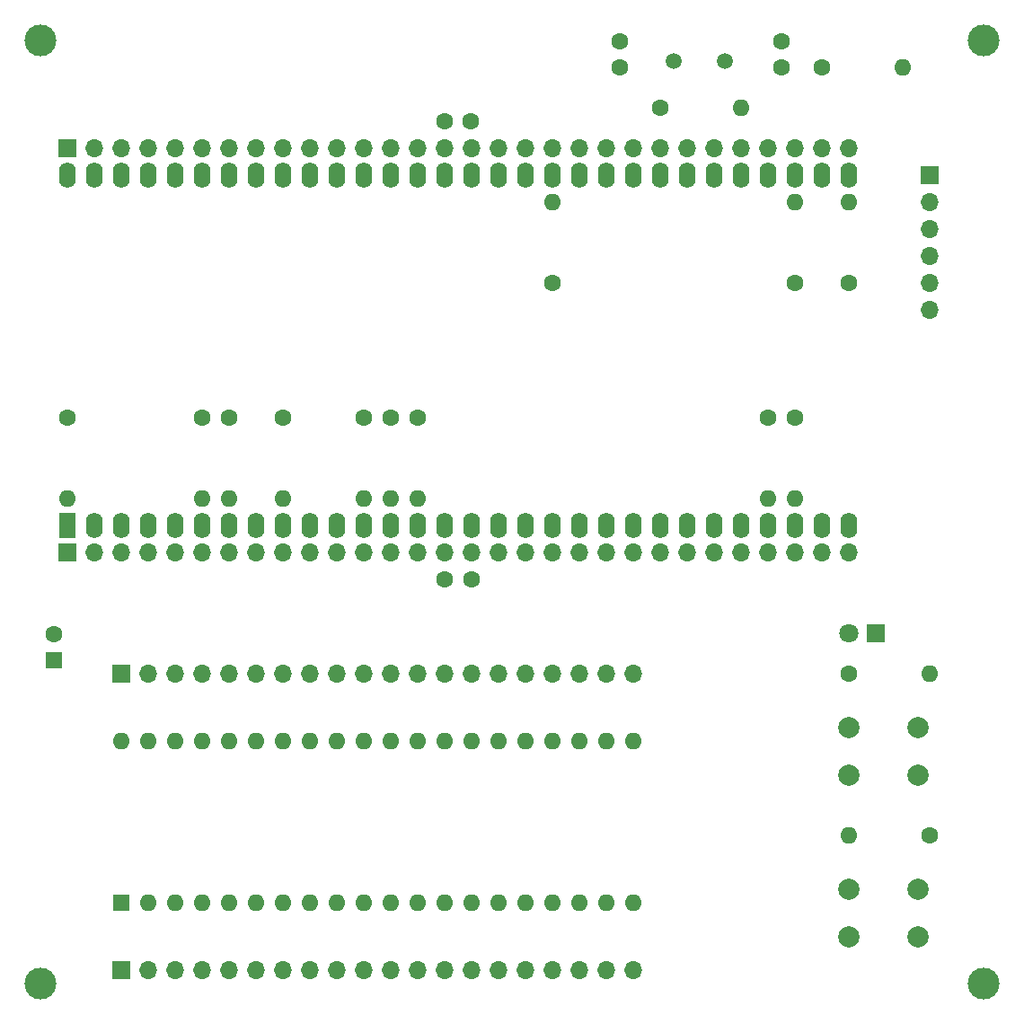
<source format=gbr>
%TF.GenerationSoftware,KiCad,Pcbnew,8.0.5*%
%TF.CreationDate,2025-08-26T16:06:39+09:00*%
%TF.ProjectId,TangNanoDCJ11MEM,54616e67-4e61-46e6-9f44-434a31314d45,rev?*%
%TF.SameCoordinates,Original*%
%TF.FileFunction,Soldermask,Top*%
%TF.FilePolarity,Negative*%
%FSLAX46Y46*%
G04 Gerber Fmt 4.6, Leading zero omitted, Abs format (unit mm)*
G04 Created by KiCad (PCBNEW 8.0.5) date 2025-08-26 16:06:39*
%MOMM*%
%LPD*%
G01*
G04 APERTURE LIST*
%ADD10C,3.000000*%
%ADD11C,1.600000*%
%ADD12O,1.600000X1.600000*%
%ADD13C,2.000000*%
%ADD14R,1.700000X1.700000*%
%ADD15O,1.700000X1.700000*%
%ADD16C,1.500000*%
%ADD17R,1.800000X1.800000*%
%ADD18C,1.800000*%
%ADD19R,1.600000X2.400000*%
%ADD20O,1.600000X2.400000*%
%ADD21R,1.600000X1.600000*%
G04 APERTURE END LIST*
D10*
%TO.C,REF\u002A\u002A*%
X93980000Y-93980000D03*
%TD*%
D11*
%TO.C,R4*%
X20320000Y-40640000D03*
D12*
X20320000Y-48260000D03*
%TD*%
D13*
%TO.C,SW1*%
X81280000Y-69850000D03*
X87780000Y-69850000D03*
X81280000Y-74350000D03*
X87780000Y-74350000D03*
%TD*%
D11*
%TO.C,R9*%
X40640000Y-40640000D03*
D12*
X40640000Y-48260000D03*
%TD*%
D11*
%TO.C,R5*%
X22860000Y-40640000D03*
D12*
X22860000Y-48260000D03*
%TD*%
D14*
%TO.C,J4*%
X7620000Y-53340000D03*
D15*
X10160000Y-53340000D03*
X12700000Y-53340000D03*
X15240000Y-53340000D03*
X17780000Y-53340000D03*
X20320000Y-53340000D03*
X22860000Y-53340000D03*
X25400000Y-53340000D03*
X27940000Y-53340000D03*
X30480000Y-53340000D03*
X33020000Y-53340000D03*
X35560000Y-53340000D03*
X38100000Y-53340000D03*
X40640000Y-53340000D03*
X43180000Y-53340000D03*
X45720000Y-53340000D03*
X48260000Y-53340000D03*
X50800000Y-53340000D03*
X53340000Y-53340000D03*
X55880000Y-53340000D03*
X58420000Y-53340000D03*
X60960000Y-53340000D03*
X63500000Y-53340000D03*
X66040000Y-53340000D03*
X68580000Y-53340000D03*
X71120000Y-53340000D03*
X73660000Y-53340000D03*
X76200000Y-53340000D03*
X78740000Y-53340000D03*
X81280000Y-53340000D03*
%TD*%
D11*
%TO.C,R11*%
X76200000Y-40640000D03*
D12*
X76200000Y-48260000D03*
%TD*%
D11*
%TO.C,R16*%
X81280000Y-64770000D03*
D12*
X88900000Y-64770000D03*
%TD*%
D11*
%TO.C,R2*%
X78740000Y-7620000D03*
D12*
X86360000Y-7620000D03*
%TD*%
D11*
%TO.C,R12*%
X53340000Y-27940000D03*
D12*
X53340000Y-20320000D03*
%TD*%
D14*
%TO.C,J6*%
X88900000Y-17780000D03*
D15*
X88900000Y-20320000D03*
X88900000Y-22860000D03*
X88900000Y-25400000D03*
X88900000Y-27940000D03*
X88900000Y-30480000D03*
%TD*%
D14*
%TO.C,J3*%
X12700000Y-64770000D03*
D15*
X15240000Y-64770000D03*
X17780000Y-64770000D03*
X20320000Y-64770000D03*
X22860000Y-64770000D03*
X25400000Y-64770000D03*
X27940000Y-64770000D03*
X30480000Y-64770000D03*
X33020000Y-64770000D03*
X35560000Y-64770000D03*
X38100000Y-64770000D03*
X40640000Y-64770000D03*
X43180000Y-64770000D03*
X45720000Y-64770000D03*
X48260000Y-64770000D03*
X50800000Y-64770000D03*
X53340000Y-64770000D03*
X55880000Y-64770000D03*
X58420000Y-64770000D03*
X60960000Y-64770000D03*
%TD*%
D11*
%TO.C,R7*%
X35560000Y-40640000D03*
D12*
X35560000Y-48260000D03*
%TD*%
D16*
%TO.C,Y1*%
X69650000Y-6985000D03*
X64770000Y-6985000D03*
%TD*%
D17*
%TO.C,D1*%
X83820000Y-60960000D03*
D18*
X81280000Y-60960000D03*
%TD*%
D11*
%TO.C,C1*%
X59690000Y-7620000D03*
X59690000Y-5120000D03*
%TD*%
%TO.C,C2*%
X74930000Y-7620000D03*
X74930000Y-5120000D03*
%TD*%
%TO.C,C4*%
X45720000Y-55880000D03*
X43220000Y-55880000D03*
%TD*%
%TO.C,R3*%
X7620000Y-40640000D03*
D12*
X7620000Y-48260000D03*
%TD*%
D10*
%TO.C,REF\u002A\u002A*%
X5080000Y-5080000D03*
%TD*%
D13*
%TO.C,SW2*%
X81280000Y-85090000D03*
X87780000Y-85090000D03*
X81280000Y-89590000D03*
X87780000Y-89590000D03*
%TD*%
D11*
%TO.C,R10*%
X73660000Y-40640000D03*
D12*
X73660000Y-48260000D03*
%TD*%
D11*
%TO.C,R1*%
X63500000Y-11430000D03*
D12*
X71120000Y-11430000D03*
%TD*%
D19*
%TO.C,U1*%
X7620000Y-50800000D03*
D20*
X10160000Y-50800000D03*
X12700000Y-50800000D03*
X15240000Y-50800000D03*
X17780000Y-50800000D03*
X20320000Y-50800000D03*
X22860000Y-50800000D03*
X25400000Y-50800000D03*
X27940000Y-50800000D03*
X30480000Y-50800000D03*
X33020000Y-50800000D03*
X35560000Y-50800000D03*
X38100000Y-50800000D03*
X40640000Y-50800000D03*
X43180000Y-50800000D03*
X45720000Y-50800000D03*
X48260000Y-50800000D03*
X50800000Y-50800000D03*
X53340000Y-50800000D03*
X55880000Y-50800000D03*
X58420000Y-50800000D03*
X60960000Y-50800000D03*
X63500000Y-50800000D03*
X66040000Y-50800000D03*
X68580000Y-50800000D03*
X71120000Y-50800000D03*
X73660000Y-50800000D03*
X76200000Y-50800000D03*
X78740000Y-50800000D03*
X81280000Y-50800000D03*
X81280000Y-17780000D03*
X78740000Y-17780000D03*
X76200000Y-17780000D03*
X73660000Y-17780000D03*
X71120000Y-17780000D03*
X68580000Y-17780000D03*
X66040000Y-17780000D03*
X63500000Y-17780000D03*
X60960000Y-17780000D03*
X58420000Y-17780000D03*
X55880000Y-17780000D03*
X53340000Y-17780000D03*
X50800000Y-17780000D03*
X48260000Y-17780000D03*
X45720000Y-17780000D03*
X43180000Y-17780000D03*
X40640000Y-17780000D03*
X38100000Y-17780000D03*
X35560000Y-17780000D03*
X33020000Y-17780000D03*
X30480000Y-17780000D03*
X27940000Y-17780000D03*
X25400000Y-17780000D03*
X22860000Y-17780000D03*
X20320000Y-17780000D03*
X17780000Y-17780000D03*
X15240000Y-17780000D03*
X12700000Y-17780000D03*
X10160000Y-17780000D03*
X7620000Y-17780000D03*
%TD*%
D11*
%TO.C,C3*%
X43180000Y-12700000D03*
X45680000Y-12700000D03*
%TD*%
%TO.C,R8*%
X38100000Y-40640000D03*
D12*
X38100000Y-48260000D03*
%TD*%
D11*
%TO.C,R15*%
X88900000Y-80010000D03*
D12*
X81280000Y-80010000D03*
%TD*%
D11*
%TO.C,R6*%
X27940000Y-40640000D03*
D12*
X27940000Y-48260000D03*
%TD*%
D21*
%TO.C,J1*%
X12700000Y-86360000D03*
D12*
X15240000Y-86360000D03*
X17780000Y-86360000D03*
X20320000Y-86360000D03*
X22860000Y-86360000D03*
X25400000Y-86360000D03*
X27940000Y-86360000D03*
X30480000Y-86360000D03*
X33020000Y-86360000D03*
X35560000Y-86360000D03*
X38100000Y-86360000D03*
X40640000Y-86360000D03*
X43180000Y-86360000D03*
X45720000Y-86360000D03*
X48260000Y-86360000D03*
X50800000Y-86360000D03*
X53340000Y-86360000D03*
X55880000Y-86360000D03*
X58420000Y-86360000D03*
X60960000Y-86360000D03*
X60960000Y-71120000D03*
X58420000Y-71120000D03*
X55880000Y-71120000D03*
X53340000Y-71120000D03*
X50800000Y-71120000D03*
X48260000Y-71120000D03*
X45720000Y-71120000D03*
X43180000Y-71120000D03*
X40640000Y-71120000D03*
X38100000Y-71120000D03*
X35560000Y-71120000D03*
X33020000Y-71120000D03*
X30480000Y-71120000D03*
X27940000Y-71120000D03*
X25400000Y-71120000D03*
X22860000Y-71120000D03*
X20320000Y-71120000D03*
X17780000Y-71120000D03*
X15240000Y-71120000D03*
X12700000Y-71120000D03*
%TD*%
D11*
%TO.C,R14*%
X81280000Y-27940000D03*
D12*
X81280000Y-20320000D03*
%TD*%
D14*
%TO.C,J2*%
X12700000Y-92710000D03*
D15*
X15240000Y-92710000D03*
X17780000Y-92710000D03*
X20320000Y-92710000D03*
X22860000Y-92710000D03*
X25400000Y-92710000D03*
X27940000Y-92710000D03*
X30480000Y-92710000D03*
X33020000Y-92710000D03*
X35560000Y-92710000D03*
X38100000Y-92710000D03*
X40640000Y-92710000D03*
X43180000Y-92710000D03*
X45720000Y-92710000D03*
X48260000Y-92710000D03*
X50800000Y-92710000D03*
X53340000Y-92710000D03*
X55880000Y-92710000D03*
X58420000Y-92710000D03*
X60960000Y-92710000D03*
%TD*%
D10*
%TO.C,REF\u002A\u002A*%
X5080000Y-93980000D03*
%TD*%
D21*
%TO.C,C5*%
X6350000Y-63500000D03*
D11*
X6350000Y-61000000D03*
%TD*%
%TO.C,R13*%
X76200000Y-27940000D03*
D12*
X76200000Y-20320000D03*
%TD*%
D14*
%TO.C,J5*%
X7620000Y-15240000D03*
D15*
X10160000Y-15240000D03*
X12700000Y-15240000D03*
X15240000Y-15240000D03*
X17780000Y-15240000D03*
X20320000Y-15240000D03*
X22860000Y-15240000D03*
X25400000Y-15240000D03*
X27940000Y-15240000D03*
X30480000Y-15240000D03*
X33020000Y-15240000D03*
X35560000Y-15240000D03*
X38100000Y-15240000D03*
X40640000Y-15240000D03*
X43180000Y-15240000D03*
X45720000Y-15240000D03*
X48260000Y-15240000D03*
X50800000Y-15240000D03*
X53340000Y-15240000D03*
X55880000Y-15240000D03*
X58420000Y-15240000D03*
X60960000Y-15240000D03*
X63500000Y-15240000D03*
X66040000Y-15240000D03*
X68580000Y-15240000D03*
X71120000Y-15240000D03*
X73660000Y-15240000D03*
X76200000Y-15240000D03*
X78740000Y-15240000D03*
X81280000Y-15240000D03*
%TD*%
D10*
%TO.C,REF\u002A\u002A*%
X93980000Y-5080000D03*
%TD*%
M02*

</source>
